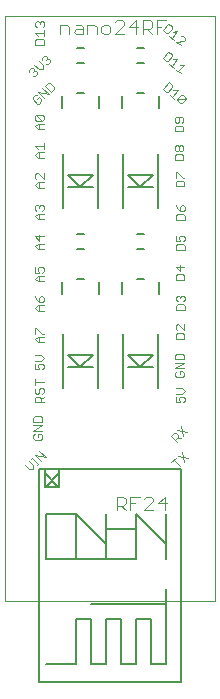
<source format=gto>
G75*
%MOIN*%
%OFA0B0*%
%FSLAX24Y24*%
%IPPOS*%
%LPD*%
%AMOC8*
5,1,8,0,0,1.08239X$1,22.5*
%
%ADD10C,0.0000*%
%ADD11C,0.0030*%
%ADD12C,0.0040*%
%ADD13C,0.0060*%
%ADD14C,0.0050*%
D10*
X000140Y002797D02*
X000140Y022297D01*
X007140Y022297D01*
X007140Y002797D01*
X000140Y002797D01*
D11*
X000932Y007206D02*
X001069Y007206D01*
X001069Y007343D01*
X000932Y007480D01*
X001004Y007551D02*
X001072Y007619D01*
X001038Y007585D02*
X001243Y007380D01*
X001209Y007346D02*
X001277Y007414D01*
X001348Y007485D02*
X001143Y007690D01*
X001485Y007622D01*
X001280Y007827D01*
X001317Y008193D02*
X001365Y008242D01*
X001365Y008338D01*
X001317Y008387D01*
X001220Y008387D01*
X001220Y008290D01*
X001123Y008193D02*
X001317Y008193D01*
X001123Y008193D02*
X001075Y008242D01*
X001075Y008338D01*
X001123Y008387D01*
X001075Y008488D02*
X001365Y008681D01*
X001075Y008681D01*
X001075Y008782D02*
X001075Y008928D01*
X001123Y008976D01*
X001317Y008976D01*
X001365Y008928D01*
X001365Y008782D01*
X001075Y008782D01*
X001075Y008488D02*
X001365Y008488D01*
X001318Y009433D02*
X001318Y009578D01*
X001270Y009627D01*
X001173Y009627D01*
X001125Y009578D01*
X001125Y009433D01*
X001415Y009433D01*
X001318Y009530D02*
X001415Y009627D01*
X001367Y009728D02*
X001415Y009776D01*
X001415Y009873D01*
X001367Y009921D01*
X001318Y009921D01*
X001270Y009873D01*
X001270Y009776D01*
X001222Y009728D01*
X001173Y009728D01*
X001125Y009776D01*
X001125Y009873D01*
X001173Y009921D01*
X001125Y010022D02*
X001125Y010216D01*
X001125Y010119D02*
X001415Y010119D01*
X001367Y010533D02*
X001415Y010582D01*
X001415Y010678D01*
X001367Y010727D01*
X001270Y010727D01*
X001222Y010678D01*
X001222Y010630D01*
X001270Y010533D01*
X001125Y010533D01*
X001125Y010727D01*
X001125Y010828D02*
X001318Y010828D01*
X001415Y010925D01*
X001318Y011021D01*
X001125Y011021D01*
X001222Y011433D02*
X001125Y011530D01*
X001222Y011627D01*
X001415Y011627D01*
X001415Y011728D02*
X001367Y011728D01*
X001173Y011921D01*
X001125Y011921D01*
X001125Y011728D01*
X001222Y011433D02*
X001415Y011433D01*
X001270Y011433D02*
X001270Y011627D01*
X001270Y012483D02*
X001270Y012677D01*
X001222Y012677D02*
X001415Y012677D01*
X001367Y012778D02*
X001270Y012778D01*
X001270Y012923D01*
X001318Y012971D01*
X001367Y012971D01*
X001415Y012923D01*
X001415Y012826D01*
X001367Y012778D01*
X001270Y012778D02*
X001173Y012875D01*
X001125Y012971D01*
X001222Y012677D02*
X001125Y012580D01*
X001222Y012483D01*
X001415Y012483D01*
X001425Y013463D02*
X001232Y013463D01*
X001135Y013560D01*
X001232Y013657D01*
X001425Y013657D01*
X001377Y013758D02*
X001425Y013806D01*
X001425Y013903D01*
X001377Y013951D01*
X001280Y013951D01*
X001232Y013903D01*
X001232Y013855D01*
X001280Y013758D01*
X001135Y013758D01*
X001135Y013951D01*
X001280Y013657D02*
X001280Y013463D01*
X001270Y014533D02*
X001270Y014727D01*
X001222Y014727D02*
X001415Y014727D01*
X001270Y014828D02*
X001270Y015021D01*
X001415Y014973D02*
X001125Y014973D01*
X001270Y014828D01*
X001222Y014727D02*
X001125Y014630D01*
X001222Y014533D01*
X001415Y014533D01*
X001415Y015533D02*
X001222Y015533D01*
X001125Y015630D01*
X001222Y015727D01*
X001415Y015727D01*
X001367Y015828D02*
X001415Y015876D01*
X001415Y015973D01*
X001367Y016021D01*
X001318Y016021D01*
X001270Y015973D01*
X001270Y015925D01*
X001270Y015973D02*
X001222Y016021D01*
X001173Y016021D01*
X001125Y015973D01*
X001125Y015876D01*
X001173Y015828D01*
X001270Y015727D02*
X001270Y015533D01*
X001270Y016583D02*
X001270Y016777D01*
X001222Y016777D02*
X001415Y016777D01*
X001415Y016878D02*
X001222Y017071D01*
X001173Y017071D01*
X001125Y017023D01*
X001125Y016926D01*
X001173Y016878D01*
X001222Y016777D02*
X001125Y016680D01*
X001222Y016583D01*
X001415Y016583D01*
X001415Y016878D02*
X001415Y017071D01*
X001415Y017583D02*
X001222Y017583D01*
X001125Y017680D01*
X001222Y017777D01*
X001415Y017777D01*
X001415Y017878D02*
X001415Y018071D01*
X001415Y017975D02*
X001125Y017975D01*
X001222Y017878D01*
X001270Y017777D02*
X001270Y017583D01*
X001270Y018533D02*
X001270Y018727D01*
X001222Y018727D02*
X001415Y018727D01*
X001367Y018828D02*
X001173Y019021D01*
X001367Y019021D01*
X001415Y018973D01*
X001415Y018876D01*
X001367Y018828D01*
X001173Y018828D01*
X001125Y018876D01*
X001125Y018973D01*
X001173Y019021D01*
X001222Y018727D02*
X001125Y018630D01*
X001222Y018533D01*
X001415Y018533D01*
X001274Y019394D02*
X001206Y019394D01*
X001069Y019530D01*
X001069Y019599D01*
X001137Y019667D01*
X001206Y019667D01*
X001274Y019599D02*
X001206Y019530D01*
X001274Y019599D02*
X001343Y019530D01*
X001343Y019462D01*
X001274Y019394D01*
X001448Y019568D02*
X001243Y019773D01*
X001585Y019705D01*
X001380Y019910D01*
X001451Y019981D02*
X001554Y020084D01*
X001622Y020084D01*
X001759Y019947D01*
X001759Y019879D01*
X001657Y019776D01*
X001451Y019981D01*
X001144Y020304D02*
X001213Y020372D01*
X001213Y020440D01*
X001178Y020475D01*
X001110Y020475D01*
X001076Y020440D01*
X001110Y020475D02*
X001110Y020543D01*
X001076Y020577D01*
X001007Y020577D01*
X000939Y020509D01*
X000939Y020440D01*
X001076Y020304D02*
X001144Y020304D01*
X001250Y020546D02*
X001113Y020683D01*
X001250Y020820D02*
X001387Y020683D01*
X001387Y020546D01*
X001250Y020546D01*
X001356Y020857D02*
X001356Y020926D01*
X001424Y020994D01*
X001492Y020994D01*
X001527Y020960D01*
X001527Y020891D01*
X001595Y020891D01*
X001629Y020857D01*
X001629Y020789D01*
X001561Y020720D01*
X001492Y020720D01*
X001492Y020857D02*
X001527Y020891D01*
X001435Y021353D02*
X001435Y021498D01*
X001387Y021547D01*
X001193Y021547D01*
X001145Y021498D01*
X001145Y021353D01*
X001435Y021353D01*
X001435Y021648D02*
X001435Y021841D01*
X001435Y021745D02*
X001145Y021745D01*
X001242Y021648D01*
X001193Y021942D02*
X001145Y021991D01*
X001145Y022088D01*
X001193Y022136D01*
X001242Y022136D01*
X001290Y022088D01*
X001338Y022136D01*
X001387Y022136D01*
X001435Y022088D01*
X001435Y021991D01*
X001387Y021942D01*
X001290Y022039D02*
X001290Y022088D01*
X005388Y021833D02*
X005499Y021740D01*
X005568Y021746D01*
X005692Y021894D01*
X005686Y021962D01*
X005575Y022055D01*
X005388Y021833D01*
X005614Y021644D02*
X005762Y021519D01*
X005688Y021581D02*
X005875Y021804D01*
X005738Y021792D01*
X005840Y021454D02*
X006112Y021478D01*
X006143Y021515D01*
X006137Y021583D01*
X006063Y021646D01*
X005995Y021640D01*
X005840Y021454D02*
X005988Y021330D01*
X005875Y020874D02*
X005688Y020651D01*
X005762Y020589D02*
X005614Y020714D01*
X005568Y020816D02*
X005692Y020964D01*
X005686Y021032D01*
X005575Y021125D01*
X005388Y020903D01*
X005499Y020810D01*
X005568Y020816D01*
X005738Y020862D02*
X005875Y020874D01*
X005964Y020672D02*
X006100Y020684D01*
X005914Y020462D01*
X005840Y020524D02*
X005988Y020400D01*
X005885Y019844D02*
X005698Y019621D01*
X005772Y019559D02*
X005624Y019684D01*
X005578Y019786D02*
X005702Y019934D01*
X005696Y020002D01*
X005585Y020095D01*
X005398Y019873D01*
X005509Y019780D01*
X005578Y019786D01*
X005748Y019832D02*
X005885Y019844D01*
X006005Y019680D02*
X006073Y019686D01*
X006147Y019623D01*
X006153Y019555D01*
X005881Y019531D01*
X005887Y019463D01*
X005961Y019401D01*
X006029Y019407D01*
X006153Y019555D01*
X006005Y019680D02*
X005881Y019531D01*
X005833Y018951D02*
X005785Y018903D01*
X005785Y018806D01*
X005833Y018758D01*
X005882Y018758D01*
X005930Y018806D01*
X005930Y018951D01*
X006027Y018951D02*
X005833Y018951D01*
X005833Y018657D02*
X005785Y018608D01*
X005785Y018463D01*
X006075Y018463D01*
X006075Y018608D01*
X006027Y018657D01*
X005833Y018657D01*
X005833Y018001D02*
X005882Y018001D01*
X005930Y017953D01*
X005930Y017856D01*
X005882Y017808D01*
X005833Y017808D01*
X005785Y017856D01*
X005785Y017953D01*
X005833Y018001D01*
X005930Y017953D02*
X005978Y018001D01*
X006027Y018001D01*
X006075Y017953D01*
X006075Y017856D01*
X006027Y017808D01*
X005978Y017808D01*
X005930Y017856D01*
X006027Y017707D02*
X005833Y017707D01*
X005785Y017658D01*
X005785Y017513D01*
X006075Y017513D01*
X006075Y017658D01*
X006027Y017707D01*
X005863Y017121D02*
X006057Y016928D01*
X006105Y016928D01*
X006057Y016827D02*
X005863Y016827D01*
X005815Y016778D01*
X005815Y016633D01*
X006105Y016633D01*
X006105Y016778D01*
X006057Y016827D01*
X005863Y017121D02*
X005815Y017121D01*
X005815Y016928D01*
X005825Y016001D02*
X005873Y015905D01*
X005970Y015808D01*
X005970Y015953D01*
X006018Y016001D01*
X006067Y016001D01*
X006115Y015953D01*
X006115Y015856D01*
X006067Y015808D01*
X005970Y015808D01*
X006067Y015707D02*
X005873Y015707D01*
X005825Y015658D01*
X005825Y015513D01*
X006115Y015513D01*
X006115Y015658D01*
X006067Y015707D01*
X006067Y014991D02*
X005970Y014991D01*
X005922Y014943D01*
X005922Y014895D01*
X005970Y014798D01*
X005825Y014798D01*
X005825Y014991D01*
X005873Y014697D02*
X005825Y014648D01*
X005825Y014503D01*
X006115Y014503D01*
X006115Y014648D01*
X006067Y014697D01*
X005873Y014697D01*
X006067Y014798D02*
X006115Y014846D01*
X006115Y014943D01*
X006067Y014991D01*
X005960Y014001D02*
X005960Y013808D01*
X005815Y013953D01*
X006105Y013953D01*
X006057Y013707D02*
X005863Y013707D01*
X005815Y013658D01*
X005815Y013513D01*
X006105Y013513D01*
X006105Y013658D01*
X006057Y013707D01*
X006077Y012991D02*
X006125Y012943D01*
X006125Y012846D01*
X006077Y012798D01*
X006077Y012697D02*
X005883Y012697D01*
X005835Y012648D01*
X005835Y012503D01*
X006125Y012503D01*
X006125Y012648D01*
X006077Y012697D01*
X005980Y012895D02*
X005980Y012943D01*
X006028Y012991D01*
X006077Y012991D01*
X005980Y012943D02*
X005932Y012991D01*
X005883Y012991D01*
X005835Y012943D01*
X005835Y012846D01*
X005883Y012798D01*
X005863Y012031D02*
X005815Y011983D01*
X005815Y011886D01*
X005863Y011838D01*
X005863Y011737D02*
X005815Y011688D01*
X005815Y011543D01*
X006105Y011543D01*
X006105Y011688D01*
X006057Y011737D01*
X005863Y011737D01*
X006105Y011838D02*
X005912Y012031D01*
X005863Y012031D01*
X006105Y012031D02*
X006105Y011838D01*
X006047Y011056D02*
X005853Y011056D01*
X005805Y011008D01*
X005805Y010862D01*
X006095Y010862D01*
X006095Y011008D01*
X006047Y011056D01*
X006095Y010761D02*
X005805Y010761D01*
X005805Y010568D02*
X006095Y010761D01*
X006095Y010568D02*
X005805Y010568D01*
X005853Y010467D02*
X005805Y010418D01*
X005805Y010322D01*
X005853Y010273D01*
X006047Y010273D01*
X006095Y010322D01*
X006095Y010418D01*
X006047Y010467D01*
X005950Y010467D01*
X005950Y010370D01*
X006028Y009921D02*
X005835Y009921D01*
X005835Y009728D02*
X006028Y009728D01*
X006125Y009825D01*
X006028Y009921D01*
X005980Y009627D02*
X006077Y009627D01*
X006125Y009578D01*
X006125Y009482D01*
X006077Y009433D01*
X005980Y009433D02*
X005932Y009530D01*
X005932Y009578D01*
X005980Y009627D01*
X005980Y009433D02*
X005835Y009433D01*
X005835Y009627D01*
X006006Y008653D02*
X006075Y008311D01*
X006003Y008240D02*
X005866Y008240D01*
X005900Y008274D02*
X005798Y008171D01*
X005866Y008103D02*
X005661Y008308D01*
X005764Y008411D01*
X005832Y008411D01*
X005900Y008343D01*
X005900Y008274D01*
X005869Y008517D02*
X006211Y008448D01*
X006026Y007783D02*
X006095Y007441D01*
X005955Y007301D02*
X005749Y007507D01*
X005681Y007438D02*
X005818Y007575D01*
X005889Y007647D02*
X006231Y007578D01*
X006027Y018758D02*
X006075Y018806D01*
X006075Y018903D01*
X006027Y018951D01*
X000795Y007343D02*
X000932Y007206D01*
D12*
X003851Y006294D02*
X003851Y005834D01*
X003851Y005987D02*
X004081Y005987D01*
X004157Y006064D01*
X004157Y006218D01*
X004081Y006294D01*
X003851Y006294D01*
X004004Y005987D02*
X004157Y005834D01*
X004311Y005834D02*
X004311Y006294D01*
X004618Y006294D01*
X004771Y006218D02*
X004848Y006294D01*
X005002Y006294D01*
X005078Y006218D01*
X005078Y006141D01*
X004771Y005834D01*
X005078Y005834D01*
X005232Y006064D02*
X005539Y006064D01*
X005462Y005834D02*
X005462Y006294D01*
X005232Y006064D01*
X004464Y006064D02*
X004311Y006064D01*
X004492Y021717D02*
X004492Y022177D01*
X004262Y021947D01*
X004569Y021947D01*
X004722Y021871D02*
X004953Y021871D01*
X005029Y021947D01*
X005029Y022101D01*
X004953Y022177D01*
X004722Y022177D01*
X004722Y021717D01*
X004876Y021871D02*
X005029Y021717D01*
X005183Y021717D02*
X005183Y022177D01*
X005490Y022177D01*
X005336Y021947D02*
X005183Y021947D01*
X004108Y022024D02*
X004108Y022101D01*
X004032Y022177D01*
X003878Y022177D01*
X003802Y022101D01*
X003648Y021947D02*
X003648Y021794D01*
X003571Y021717D01*
X003418Y021717D01*
X003341Y021794D01*
X003341Y021947D01*
X003418Y022024D01*
X003571Y022024D01*
X003648Y021947D01*
X003802Y021717D02*
X004108Y022024D01*
X004108Y021717D02*
X003802Y021717D01*
X003188Y021717D02*
X003188Y021947D01*
X003111Y022024D01*
X002881Y022024D01*
X002881Y021717D01*
X002727Y021717D02*
X002497Y021717D01*
X002420Y021794D01*
X002497Y021871D01*
X002727Y021871D01*
X002727Y021947D02*
X002727Y021717D01*
X002727Y021947D02*
X002651Y022024D01*
X002497Y022024D01*
X002267Y021947D02*
X002267Y021717D01*
X002267Y021947D02*
X002190Y022024D01*
X001960Y022024D01*
X001960Y021717D01*
D13*
X002522Y021233D02*
X002758Y021233D01*
X002758Y020761D02*
X002522Y020761D01*
X002524Y019757D02*
X002762Y019757D01*
X003259Y019654D02*
X003259Y019237D01*
X003215Y017697D02*
X003215Y015897D01*
X003058Y016600D02*
X002640Y016600D01*
X002222Y017018D01*
X003058Y017018D01*
X002640Y016600D01*
X002222Y016600D01*
X002065Y015897D02*
X002065Y017697D01*
X002021Y019237D02*
X002021Y019654D01*
X002522Y015033D02*
X002758Y015033D01*
X002758Y014561D02*
X002522Y014561D01*
X002524Y013557D02*
X002762Y013557D01*
X003259Y013454D02*
X003259Y013037D01*
X003215Y011697D02*
X003215Y009897D01*
X003058Y010600D02*
X002640Y010600D01*
X002222Y011018D01*
X003058Y011018D01*
X002640Y010600D01*
X002222Y010600D01*
X002065Y009897D02*
X002065Y011697D01*
X002021Y013037D02*
X002021Y013454D01*
X004021Y013454D02*
X004021Y013037D01*
X004524Y013557D02*
X004762Y013557D01*
X004758Y014561D02*
X004522Y014561D01*
X004522Y015033D02*
X004758Y015033D01*
X005215Y015897D02*
X005215Y017697D01*
X005058Y017018D02*
X004222Y017018D01*
X004640Y016600D01*
X005058Y017018D01*
X005058Y016600D02*
X004640Y016600D01*
X004222Y016600D01*
X004065Y015897D02*
X004065Y017697D01*
X004021Y019237D02*
X004021Y019654D01*
X004524Y019757D02*
X004762Y019757D01*
X005259Y019654D02*
X005259Y019237D01*
X004758Y020761D02*
X004522Y020761D01*
X004522Y021233D02*
X004758Y021233D01*
X005259Y013454D02*
X005259Y013037D01*
X005215Y011697D02*
X005215Y009897D01*
X005058Y010600D02*
X004640Y010600D01*
X004222Y011018D01*
X005058Y011018D01*
X004640Y010600D01*
X004222Y010600D01*
X004065Y009897D02*
X004065Y011697D01*
D14*
X005992Y007212D02*
X001921Y007212D01*
X001921Y006613D01*
X001457Y006613D01*
X001457Y006625D01*
X001488Y006625D01*
X001913Y007050D01*
X001921Y007212D02*
X001268Y007212D01*
X001268Y000125D01*
X005992Y000125D01*
X005992Y007212D01*
X005492Y005712D02*
X005492Y004712D01*
X004492Y005712D01*
X004492Y005212D01*
X003492Y005212D01*
X003492Y005712D01*
X003492Y005212D02*
X003492Y004712D01*
X002492Y005712D01*
X001492Y005712D01*
X001492Y004212D01*
X002492Y004212D01*
X002492Y005712D01*
X001909Y006625D02*
X001488Y006625D01*
X001457Y006625D02*
X001457Y007078D01*
X001909Y006625D01*
X001457Y007078D02*
X001457Y007200D01*
X002492Y004212D02*
X003492Y004212D01*
X003492Y004712D01*
X003492Y004212D02*
X004492Y004212D01*
X004492Y005212D01*
X005492Y004712D02*
X005492Y004212D01*
X005492Y003212D02*
X005492Y002712D01*
X002992Y002712D01*
X002992Y002212D02*
X002492Y002212D01*
X002492Y000712D01*
X001492Y000712D01*
X002992Y000712D02*
X002992Y002212D01*
X003492Y002212D02*
X003492Y000712D01*
X002992Y000712D01*
X003492Y002212D02*
X003992Y002212D01*
X003992Y000712D01*
X004492Y000712D01*
X004492Y002212D01*
X004992Y002212D01*
X004992Y000712D01*
X005492Y000712D01*
X005492Y002712D01*
M02*

</source>
